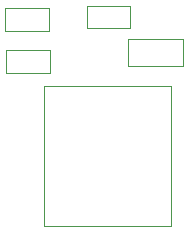
<source format=gbr>
%TF.GenerationSoftware,KiCad,Pcbnew,(5.1.8)-1*%
%TF.CreationDate,2022-11-15T12:17:50-08:00*%
%TF.ProjectId,RetroClock,52657472-6f43-46c6-9f63-6b2e6b696361,rev?*%
%TF.SameCoordinates,Original*%
%TF.FileFunction,Other,User*%
%FSLAX46Y46*%
G04 Gerber Fmt 4.6, Leading zero omitted, Abs format (unit mm)*
G04 Created by KiCad (PCBNEW (5.1.8)-1) date 2022-11-15 12:17:50*
%MOMM*%
%LPD*%
G01*
G04 APERTURE LIST*
%ADD10C,0.050000*%
G04 APERTURE END LIST*
D10*
%TO.C,D1*%
X188550000Y-131750000D02*
X188550000Y-134050000D01*
X183850000Y-134050000D02*
X188550000Y-134050000D01*
X183850000Y-131750000D02*
X183850000Y-134050000D01*
X188550000Y-131750000D02*
X183850000Y-131750000D01*
%TO.C,C4*%
X173520000Y-134680000D02*
X177280000Y-134680000D01*
X173520000Y-132720000D02*
X173520000Y-134680000D01*
X177280000Y-132720000D02*
X173520000Y-132720000D01*
X177280000Y-134680000D02*
X177280000Y-132720000D01*
%TO.C,C8*%
X173420000Y-131080000D02*
X177180000Y-131080000D01*
X173420000Y-129120000D02*
X173420000Y-131080000D01*
X177180000Y-129120000D02*
X173420000Y-129120000D01*
X177180000Y-131080000D02*
X177180000Y-129120000D01*
%TO.C,R12*%
X180350000Y-130850000D02*
X184050000Y-130850000D01*
X180350000Y-128950000D02*
X180350000Y-130850000D01*
X184050000Y-128950000D02*
X180350000Y-128950000D01*
X184050000Y-130850000D02*
X184050000Y-128950000D01*
%TO.C,U3*%
X176700000Y-147630000D02*
X176700000Y-135770000D01*
X187500000Y-147630000D02*
X176700000Y-147630000D01*
X187500000Y-135770000D02*
X187500000Y-147630000D01*
X176700000Y-135770000D02*
X187500000Y-135770000D01*
%TD*%
M02*

</source>
